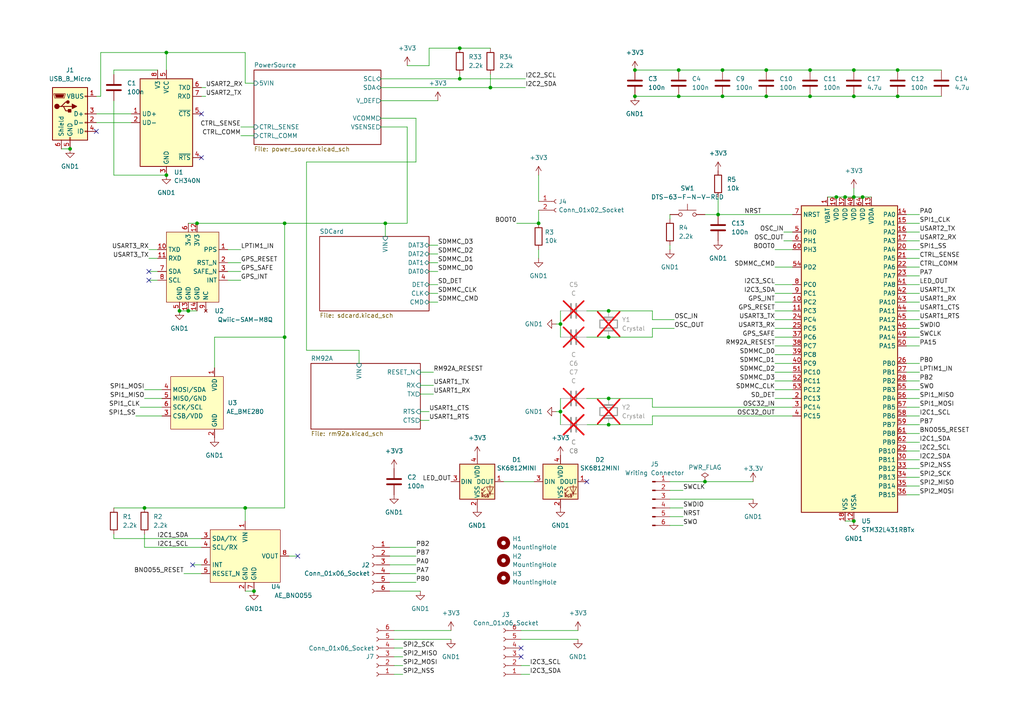
<source format=kicad_sch>
(kicad_sch (version 20230121) (generator eeschema)
  (paper "A4")
  (lib_symbols
    (symbol "Connector:Conn_01x02_Socket" (pin_names (offset 1.016) hide)
      (property "Reference" "J" (at 0 2.54 0))
      (property "Value" "Conn_01x02_Socket" (at 0 -5.08 0))
      (symbol "Conn_01x02_Socket_1_1"
        (pin passive line (at -5.08 0 0) (length 3.81) (name "Pin_1") (number "1"))
        (pin passive line (at -5.08 -2.54 0) (length 3.81) (name "Pin_2") (number "2"))
      )
    )
    (symbol "Connector:Conn_01x06_Pin" (pin_names (offset 1.016) hide)
      (property "Reference" "J" (at 0 7.62 0))
      (property "Value" "Conn_01x06_Pin" (at 0 -10.16 0))
      (symbol "Conn_01x06_Pin_1_1"
        (pin passive line (at 5.08 5.08 180) (length 3.81) (name "Pin_1") (number "1"))
        (pin passive line (at 5.08 2.54 180) (length 3.81) (name "Pin_2") (number "2"))
        (pin passive line (at 5.08 0 180) (length 3.81) (name "Pin_3") (number "3"))
        (pin passive line (at 5.08 -2.54 180) (length 3.81) (name "Pin_4") (number "4"))
        (pin passive line (at 5.08 -5.08 180) (length 3.81) (name "Pin_5") (number "5"))
        (pin passive line (at 5.08 -7.62 180) (length 3.81) (name "Pin_6") (number "6"))
      )
    )
    (symbol "Connector:Conn_01x06_Socket" (pin_names (offset 1.016) hide)
      (property "Reference" "J" (at 0 7.62 0))
      (property "Value" "Conn_01x06_Socket" (at 0 -10.16 0))
      (symbol "Conn_01x06_Socket_1_1"
        (pin passive line (at -5.08 5.08 0) (length 3.81) (name "Pin_1") (number "1"))
        (pin passive line (at -5.08 2.54 0) (length 3.81) (name "Pin_2") (number "2"))
        (pin passive line (at -5.08 0 0) (length 3.81) (name "Pin_3") (number "3"))
        (pin passive line (at -5.08 -2.54 0) (length 3.81) (name "Pin_4") (number "4"))
        (pin passive line (at -5.08 -5.08 0) (length 3.81) (name "Pin_5") (number "5"))
        (pin passive line (at -5.08 -7.62 0) (length 3.81) (name "Pin_6") (number "6"))
      )
    )
    (symbol "Connector:USB_B_Micro" (pin_names (offset 1.016))
      (property "Reference" "J" (at -5.08 11.43 0))
      (property "Value" "USB_B_Micro" (at -5.08 8.89 0))
      (symbol "USB_B_Micro_1_1"
        (pin power_out line (at 7.62 5.08 180) (length 2.54) (name "VBUS") (number "1"))
        (pin bidirectional line (at 7.62 -2.54 180) (length 2.54) (name "D-") (number "2"))
        (pin bidirectional line (at 7.62 0 180) (length 2.54) (name "D+") (number "3"))
        (pin passive line (at 7.62 -5.08 180) (length 2.54) (name "ID") (number "4"))
        (pin power_out line (at 0 -10.16 90) (length 2.54) (name "GND") (number "5"))
        (pin passive line (at -2.54 -10.16 90) (length 2.54) (name "Shield") (number "6"))
      )
    )
    (symbol "Device:C" (pin_numbers hide) (pin_names (offset 0.254))
      (property "Reference" "C" (at 0.635 2.54 0))
      (property "Value" "C" (at 0.635 -2.54 0))
      (symbol "C_1_1"
        (pin passive line (at 0 3.81 270) (length 2.794) (name "~") (number "1"))
        (pin passive line (at 0 -3.81 90) (length 2.794) (name "~") (number "2"))
      )
    )
    (symbol "Device:Crystal" (pin_numbers hide) (pin_names (offset 1.016) hide)
      (property "Reference" "Y" (at 0 3.81 0))
      (property "Value" "Crystal" (at 0 -3.81 0))
      (symbol "Crystal_1_1"
        (pin passive line (at -3.81 0 0) (length 1.27) (name "1") (number "1"))
        (pin passive line (at 3.81 0 180) (length 1.27) (name "2") (number "2"))
      )
    )
    (symbol "Device:R" (pin_numbers hide) (pin_names (offset 0))
      (property "Reference" "R" (at 2.032 0 90))
      (property "Value" "R" (at 0 0 90))
      (symbol "R_1_1"
        (pin passive line (at 0 3.81 270) (length 1.27) (name "~") (number "1"))
        (pin passive line (at 0 -3.81 90) (length 1.27) (name "~") (number "2"))
      )
    )
    (symbol "LED:SK6812MINI" (pin_names (offset 0.254))
      (property "Reference" "D" (at 5.08 5.715 0))
      (property "Value" "SK6812MINI" (at 1.27 -5.715 0))
      (symbol "SK6812MINI_0_0"
        (text "RGB" (at 2.286 -4.191 0) (effects (font (size 0.762 0.762))))
      )
      (symbol "SK6812MINI_1_1"
        (pin output line (at 7.62 0 180) (length 2.54) (name "DOUT") (number "1"))
        (pin power_in line (at 0 -7.62 90) (length 2.54) (name "VSS") (number "2"))
        (pin input line (at -7.62 0 0) (length 2.54) (name "DIN") (number "3"))
        (pin power_in line (at 0 7.62 270) (length 2.54) (name "VDD") (number "4"))
      )
    )
    (symbol "MCU_ST_STM32L4:STM32L431RBTx"
      (property "Reference" "U" (at -12.7 46.99 0))
      (property "Value" "STM32L431RBTx" (at 10.16 46.99 0))
      (symbol "STM32L431RBTx_1_1"
        (pin power_in line (at -5.08 48.26 270) (length 2.54) (name "VBAT") (number "1"))
        (pin bidirectional line (at -15.24 17.78 0) (length 2.54) (name "PC2") (number "10"))
        (pin bidirectional line (at -15.24 15.24 0) (length 2.54) (name "PC3") (number "11"))
        (pin power_in line (at 2.54 -45.72 90) (length 2.54) (name "VSSA") (number "12"))
        (pin power_in line (at 7.62 48.26 270) (length 2.54) (name "VDDA") (number "13"))
        (pin bidirectional line (at 17.78 43.18 180) (length 2.54) (name "PA0") (number "14"))
        (pin bidirectional line (at 17.78 40.64 180) (length 2.54) (name "PA1") (number "15"))
        (pin bidirectional line (at 17.78 38.1 180) (length 2.54) (name "PA2") (number "16"))
        (pin bidirectional line (at 17.78 35.56 180) (length 2.54) (name "PA3") (number "17"))
        (pin power_in line (at 0 -45.72 90) (length 2.54) (name "VSS") (number "18"))
        (pin power_in line (at -2.54 48.26 270) (length 2.54) (name "VDD") (number "19"))
        (pin bidirectional line (at -15.24 -10.16 0) (length 2.54) (name "PC13") (number "2"))
        (pin bidirectional line (at 17.78 33.02 180) (length 2.54) (name "PA4") (number "20"))
        (pin bidirectional line (at 17.78 30.48 180) (length 2.54) (name "PA5") (number "21"))
        (pin bidirectional line (at 17.78 27.94 180) (length 2.54) (name "PA6") (number "22"))
        (pin bidirectional line (at 17.78 25.4 180) (length 2.54) (name "PA7") (number "23"))
        (pin bidirectional line (at -15.24 12.7 0) (length 2.54) (name "PC4") (number "24"))
        (pin bidirectional line (at -15.24 10.16 0) (length 2.54) (name "PC5") (number "25"))
        (pin bidirectional line (at 17.78 0 180) (length 2.54) (name "PB0") (number "26"))
        (pin bidirectional line (at 17.78 -2.54 180) (length 2.54) (name "PB1") (number "27"))
        (pin bidirectional line (at 17.78 -5.08 180) (length 2.54) (name "PB2") (number "28"))
        (pin bidirectional line (at 17.78 -25.4 180) (length 2.54) (name "PB10") (number "29"))
        (pin bidirectional line (at -15.24 -12.7 0) (length 2.54) (name "PC14") (number "3"))
        (pin bidirectional line (at 17.78 -27.94 180) (length 2.54) (name "PB11") (number "30"))
        (pin passive line (at 0 -45.72 90) (length 2.54) hide (name "VSS") (number "31"))
        (pin power_in line (at 0 48.26 270) (length 2.54) (name "VDD") (number "32"))
        (pin bidirectional line (at 17.78 -30.48 180) (length 2.54) (name "PB12") (number "33"))
        (pin bidirectional line (at 17.78 -33.02 180) (length 2.54) (name "PB13") (number "34"))
        (pin bidirectional line (at 17.78 -35.56 180) (length 2.54) (name "PB14") (number "35"))
        (pin bidirectional line (at 17.78 -38.1 180) (length 2.54) (name "PB15") (number "36"))
        (pin bidirectional line (at -15.24 7.62 0) (length 2.54) (name "PC6") (number "37"))
        (pin bidirectional line (at -15.24 5.08 0) (length 2.54) (name "PC7") (number "38"))
        (pin bidirectional line (at -15.24 2.54 0) (length 2.54) (name "PC8") (number "39"))
        (pin bidirectional line (at -15.24 -15.24 0) (length 2.54) (name "PC15") (number "4"))
        (pin bidirectional line (at -15.24 0 0) (length 2.54) (name "PC9") (number "40"))
        (pin bidirectional line (at 17.78 22.86 180) (length 2.54) (name "PA8") (number "41"))
        (pin bidirectional line (at 17.78 20.32 180) (length 2.54) (name "PA9") (number "42"))
        (pin bidirectional line (at 17.78 17.78 180) (length 2.54) (name "PA10") (number "43"))
        (pin bidirectional line (at 17.78 15.24 180) (length 2.54) (name "PA11") (number "44"))
        (pin bidirectional line (at 17.78 12.7 180) (length 2.54) (name "PA12") (number "45"))
        (pin bidirectional line (at 17.78 10.16 180) (length 2.54) (name "PA13") (number "46"))
        (pin passive line (at 0 -45.72 90) (length 2.54) hide (name "VSS") (number "47"))
        (pin power_in line (at 2.54 48.26 270) (length 2.54) (name "VDD") (number "48"))
        (pin bidirectional line (at 17.78 7.62 180) (length 2.54) (name "PA14") (number "49"))
        (pin bidirectional line (at -15.24 38.1 0) (length 2.54) (name "PH0") (number "5"))
        (pin bidirectional line (at 17.78 5.08 180) (length 2.54) (name "PA15") (number "50"))
        (pin bidirectional line (at -15.24 -2.54 0) (length 2.54) (name "PC10") (number "51"))
        (pin bidirectional line (at -15.24 -5.08 0) (length 2.54) (name "PC11") (number "52"))
        (pin bidirectional line (at -15.24 -7.62 0) (length 2.54) (name "PC12") (number "53"))
        (pin bidirectional line (at -15.24 27.94 0) (length 2.54) (name "PD2") (number "54"))
        (pin bidirectional line (at 17.78 -7.62 180) (length 2.54) (name "PB3") (number "55"))
        (pin bidirectional line (at 17.78 -10.16 180) (length 2.54) (name "PB4") (number "56"))
        (pin bidirectional line (at 17.78 -12.7 180) (length 2.54) (name "PB5") (number "57"))
        (pin bidirectional line (at 17.78 -15.24 180) (length 2.54) (name "PB6") (number "58"))
        (pin bidirectional line (at 17.78 -17.78 180) (length 2.54) (name "PB7") (number "59"))
        (pin bidirectional line (at -15.24 35.56 0) (length 2.54) (name "PH1") (number "6"))
        (pin bidirectional line (at -15.24 33.02 0) (length 2.54) (name "PH3") (number "60"))
        (pin bidirectional line (at 17.78 -20.32 180) (length 2.54) (name "PB8") (number "61"))
        (pin bidirectional line (at 17.78 -22.86 180) (length 2.54) (name "PB9") (number "62"))
        (pin passive line (at 0 -45.72 90) (length 2.54) hide (name "VSS") (number "63"))
        (pin power_in line (at 5.08 48.26 270) (length 2.54) (name "VDD") (number "64"))
        (pin input line (at -15.24 43.18 0) (length 2.54) (name "NRST") (number "7"))
        (pin bidirectional line (at -15.24 22.86 0) (length 2.54) (name "PC0") (number "8"))
        (pin bidirectional line (at -15.24 20.32 0) (length 2.54) (name "PC1") (number "9"))
      )
    )
    (symbol "Mechanical:MountingHole" (pin_names (offset 1.016))
      (property "Reference" "H" (at 0 5.08 0))
      (property "Value" "MountingHole" (at 0 3.175 0))
    )
    (symbol "Switch:SW_Push" (pin_numbers hide) (pin_names (offset 1.016) hide)
      (property "Reference" "SW" (at 1.27 2.54 0))
      (property "Value" "SW_Push" (at 0 -1.524 0))
      (symbol "SW_Push_0_1"
        (pin passive line (at -5.08 0 0) (length 2.54) (name "1") (number "1"))
        (pin passive line (at 5.08 0 180) (length 2.54) (name "2") (number "2"))
      )
    )
    (symbol "balloon_lib:BME280"
      (property "Reference" "U" (at -5.08 -8.89 0))
      (symbol "BME280_1_1"
        (pin power_in line (at 3.81 10.16 270) (length 2.54) (name "VDD") (number "1"))
        (pin passive line (at 3.81 -10.16 90) (length 2.54) (name "GND") (number "2"))
        (pin bidirectional line (at -11.43 -3.81 0) (length 2.54) (name "CSB/VDD") (number "3"))
        (pin bidirectional line (at -11.43 3.81 0) (length 2.54) (name "MOSI/SDA") (number "4"))
        (pin bidirectional line (at -11.43 1.27 0) (length 2.54) (name "MISO/GND") (number "5"))
        (pin bidirectional line (at -11.43 -1.27 0) (length 2.54) (name "SCK/SCL") (number "6"))
      )
    )
    (symbol "balloon_lib:BNO055"
      (property "Reference" "U" (at 6.35 -8.89 0))
      (symbol "BNO055_1_1"
        (pin power_in line (at 1.27 10.16 270) (length 2.54) (name "VIN") (number "1"))
        (pin passive line (at 1.27 -10.16 90) (length 2.54) (name "GND") (number "2"))
        (pin bidirectional line (at -11.43 5.08 0) (length 2.54) (name "SDA/TX") (number "3"))
        (pin bidirectional line (at -11.43 2.54 0) (length 2.54) (name "SCL/RX") (number "4"))
        (pin passive line (at -11.43 -5.08 0) (length 2.54) (name "RESET_N") (number "5"))
        (pin output line (at -11.43 -2.54 0) (length 2.54) (name "INT") (number "6"))
        (pin passive line (at 3.81 -10.16 90) (length 2.54) (name "GND") (number "7"))
        (pin power_out line (at 13.97 0 180) (length 2.54) (name "VOUT") (number "8"))
      )
    )
    (symbol "balloon_lib:CH340N"
      (property "Reference" "U" (at -5.08 13.97 0))
      (property "Value" "CH340N" (at 1.27 13.97 0))
      (symbol "CH340N_1_1"
        (pin bidirectional line (at -10.16 2.54 0) (length 2.54) (name "UD+") (number "1"))
        (pin bidirectional line (at -10.16 0 0) (length 2.54) (name "UD-") (number "2"))
        (pin power_in line (at 0 -15.24 90) (length 2.54) (name "GND") (number "3"))
        (pin output line (at 10.16 -10.16 180) (length 2.54) (name "~{RTS}") (number "4"))
        (pin power_in line (at 0 15.24 270) (length 2.54) (name "VCC") (number "5"))
        (pin input line (at 10.16 2.54 180) (length 2.54) (name "~{CTS}") (number "5"))
        (pin output line (at 10.16 10.16 180) (length 2.54) (name "TXD") (number "6"))
        (pin input line (at 10.16 7.62 180) (length 2.54) (name "RXD") (number "7"))
        (pin passive line (at -2.54 15.24 270) (length 2.54) (name "V3") (number "8"))
      )
    )
    (symbol "balloon_lib:Qwiic-SAM-M8Q"
      (property "Reference" "U" (at 7.62 -11.43 0))
      (symbol "Qwiic-SAM-M8Q_1_1"
        (pin output line (at 11.43 5.08 180) (length 2.54) (name "PPS") (number "1"))
        (pin output line (at -8.89 5.08 0) (length 2.54) (name "TXD") (number "10"))
        (pin input line (at -8.89 2.54 0) (length 2.54) (name "RXD") (number "11"))
        (pin power_in line (at 2.54 12.7 270) (length 2.54) (name "3V3") (number "12"))
        (pin passive line (at 0 -12.7 90) (length 2.54) (name "GND") (number "13"))
        (pin passive line (at 2.54 -12.7 90) (length 2.54) (name "GND") (number "14"))
        (pin input line (at 11.43 1.27 180) (length 2.54) (name "RST_N") (number "2"))
        (pin input line (at 11.43 -1.27 180) (length 2.54) (name "SAFE_N") (number "3"))
        (pin input line (at 11.43 -3.81 180) (length 2.54) (name "INT") (number "4"))
        (pin passive line (at -2.54 -12.7 90) (length 2.54) (name "GND") (number "5"))
        (pin power_in line (at 0 12.7 270) (length 2.54) (name "3v3") (number "6"))
        (pin bidirectional line (at -8.89 -1.27 0) (length 2.54) (name "SDA") (number "7"))
        (pin bidirectional line (at -8.89 -3.81 0) (length 2.54) (name "SCL") (number "8"))
        (pin no_connect line (at 5.08 -12.7 90) (length 2.54) (name "NC") (number "9"))
      )
    )
    (symbol "power:+3.3V" (power) (pin_names (offset 0))
      (property "Value" "+3.3V" (at 0 3.556 0))
      (symbol "+3.3V_1_1"
        (pin power_in line (at 0 0 90) (length 0) hide (name "+3.3V") (number "1"))
      )
    )
    (symbol "power:+3V3" (power) (pin_names (offset 0))
      (property "Value" "+3V3" (at 0 3.556 0))
      (symbol "+3V3_1_1"
        (pin power_in line (at 0 0 90) (length 0) hide (name "+3V3") (number "1"))
      )
    )
    (symbol "power:GND1" (power) (pin_names (offset 0))
      (property "Value" "GND1" (at 0 -3.81 0))
      (symbol "GND1_1_1"
        (pin power_in line (at 0 0 270) (length 0) hide (name "GND1") (number "1"))
      )
    )
    (symbol "power:PWR_FLAG" (power) (pin_numbers hide) (pin_names (offset 0) hide)
      (property "Value" "PWR_FLAG" (at 0 3.81 0))
      (symbol "PWR_FLAG_0_0"
        (pin power_out line (at 0 0 90) (length 0) (name "pwr") (number "1"))
      )
    )
  )
  (junction (at 222.25 20.32))
  (junction (at 82.55 64.77))
  (junction (at 234.95 27.94))
  (junction (at 260.35 27.94))
  (junction (at 54.61 90.17))
  (junction (at 204.47 139.7))
  (junction (at 41.91 147.32))
  (junction (at 57.15 64.77))
  (junction (at 156.21 64.77))
  (junction (at 162.56 93.98))
  (junction (at 196.85 20.32))
  (junction (at 250.19 57.15))
  (junction (at 133.35 13.97))
  (junction (at 20.32 43.18))
  (junction (at 196.85 27.94))
  (junction (at 48.26 50.8))
  (junction (at 242.57 57.15))
  (junction (at 73.66 171.45))
  (junction (at 247.65 27.94))
  (junction (at 247.65 20.32))
  (junction (at 111.76 64.77))
  (junction (at 176.53 115.57))
  (junction (at 162.56 119.38))
  (junction (at 133.35 22.86))
  (junction (at 71.12 147.32))
  (junction (at 209.55 20.32))
  (junction (at 247.65 151.13))
  (junction (at 247.65 57.15))
  (junction (at 176.53 90.17))
  (junction (at 82.55 97.79))
  (junction (at 208.28 62.23))
  (junction (at 176.53 123.19))
  (junction (at 234.95 20.32))
  (junction (at 52.07 90.17))
  (junction (at 222.25 27.94))
  (junction (at 260.35 20.32))
  (junction (at 176.53 97.79))
  (junction (at 48.26 15.24))
  (junction (at 245.11 57.15))
  (junction (at 142.24 25.4))
  (junction (at 184.15 20.32))
  (junction (at 209.55 27.94))
  (junction (at 184.15 27.94))
  (no_connect (at 86.36 161.29))
  (no_connect (at 43.18 78.74))
  (no_connect (at 151.13 187.96))
  (no_connect (at 55.88 163.83))
  (no_connect (at 27.94 38.1))
  (no_connect (at 58.42 33.02))
  (no_connect (at 151.13 190.5))
  (no_connect (at 43.18 81.28))
  (no_connect (at 58.42 45.72))
  (no_connect (at 170.18 139.7))
  (wire (pts (xy 71.12 147.32) (xy 41.91 147.32)))
  (wire (pts (xy 184.15 20.32) (xy 196.85 20.32)))
  (wire (pts (xy 224.79 100.33) (xy 229.87 100.33)))
  (wire (pts (xy 189.23 118.11) (xy 189.23 115.57)))
  (wire (pts (xy 39.37 120.65) (xy 46.99 120.65)))
  (wire (pts (xy 142.24 21.59) (xy 142.24 25.4)))
  (wire (pts (xy 262.89 138.43) (xy 266.7 138.43)))
  (wire (pts (xy 189.23 92.71) (xy 189.23 90.17)))
  (wire (pts (xy 133.35 21.59) (xy 133.35 22.86)))
  (wire (pts (xy 222.25 20.32) (xy 234.95 20.32)))
  (wire (pts (xy 41.91 115.57) (xy 46.99 115.57)))
  (wire (pts (xy 262.89 77.47) (xy 266.7 77.47)))
  (wire (pts (xy 124.46 19.05) (xy 124.46 13.97)))
  (wire (pts (xy 124.46 71.12) (xy 127 71.12)))
  (wire (pts (xy 118.11 36.83) (xy 118.11 64.77)))
  (wire (pts (xy 262.89 82.55) (xy 266.7 82.55)))
  (wire (pts (xy 250.19 57.15) (xy 252.73 57.15)))
  (wire (pts (xy 114.3 195.58) (xy 116.84 195.58)))
  (wire (pts (xy 224.79 95.25) (xy 229.87 95.25)))
  (wire (pts (xy 262.89 123.19) (xy 266.7 123.19)))
  (wire (pts (xy 113.03 161.29) (xy 120.65 161.29)))
  (wire (pts (xy 124.46 121.92) (xy 121.92 121.92)))
  (wire (pts (xy 71.12 24.13) (xy 71.12 15.24)))
  (wire (pts (xy 59.69 25.4) (xy 58.42 25.4)))
  (wire (pts (xy 41.91 158.75) (xy 58.42 158.75)))
  (wire (pts (xy 209.55 27.94) (xy 222.25 27.94)))
  (wire (pts (xy 120.65 46.99) (xy 120.65 34.29)))
  (wire (pts (xy 194.31 142.24) (xy 198.12 142.24)))
  (wire (pts (xy 262.89 135.89) (xy 266.7 135.89)))
  (wire (pts (xy 194.31 71.12) (xy 194.31 72.39)))
  (wire (pts (xy 33.02 156.21) (xy 58.42 156.21)))
  (wire (pts (xy 189.23 92.71) (xy 195.58 92.71)))
  (wire (pts (xy 104.14 105.41) (xy 104.14 101.6)))
  (wire (pts (xy 247.65 54.61) (xy 247.65 57.15)))
  (wire (pts (xy 111.76 64.77) (xy 82.55 64.77)))
  (wire (pts (xy 114.3 190.5) (xy 116.84 190.5)))
  (wire (pts (xy 118.11 64.77) (xy 111.76 64.77)))
  (wire (pts (xy 262.89 64.77) (xy 266.7 64.77)))
  (wire (pts (xy 234.95 27.94) (xy 247.65 27.94)))
  (wire (pts (xy 110.49 22.86) (xy 133.35 22.86)))
  (wire (pts (xy 262.89 128.27) (xy 266.7 128.27)))
  (wire (pts (xy 54.61 90.17) (xy 57.15 90.17)))
  (wire (pts (xy 113.03 171.45) (xy 121.92 171.45)))
  (wire (pts (xy 125.73 111.76) (xy 121.92 111.76)))
  (wire (pts (xy 266.7 125.73) (xy 262.89 125.73)))
  (wire (pts (xy 113.03 168.91) (xy 120.65 168.91)))
  (wire (pts (xy 113.03 166.37) (xy 120.65 166.37)))
  (wire (pts (xy 29.21 15.24) (xy 48.26 15.24)))
  (wire (pts (xy 224.79 105.41) (xy 229.87 105.41)))
  (wire (pts (xy 260.35 27.94) (xy 273.05 27.94)))
  (wire (pts (xy 224.79 85.09) (xy 229.87 85.09)))
  (wire (pts (xy 125.73 107.95) (xy 121.92 107.95)))
  (wire (pts (xy 33.02 20.32) (xy 45.72 20.32)))
  (wire (pts (xy 124.46 13.97) (xy 133.35 13.97)))
  (wire (pts (xy 189.23 120.65) (xy 229.87 120.65)))
  (wire (pts (xy 161.29 119.38) (xy 162.56 119.38)))
  (wire (pts (xy 110.49 36.83) (xy 118.11 36.83)))
  (wire (pts (xy 227.33 69.85) (xy 229.87 69.85)))
  (wire (pts (xy 196.85 27.94) (xy 209.55 27.94)))
  (wire (pts (xy 82.55 97.79) (xy 82.55 64.77)))
  (wire (pts (xy 262.89 140.97) (xy 266.7 140.97)))
  (wire (pts (xy 40.64 118.11) (xy 46.99 118.11)))
  (wire (pts (xy 161.29 93.98) (xy 162.56 93.98)))
  (wire (pts (xy 133.35 13.97) (xy 142.24 13.97)))
  (wire (pts (xy 189.23 118.11) (xy 229.87 118.11)))
  (wire (pts (xy 124.46 119.38) (xy 121.92 119.38)))
  (wire (pts (xy 104.14 101.6) (xy 88.9 101.6)))
  (wire (pts (xy 224.79 90.17) (xy 229.87 90.17)))
  (wire (pts (xy 262.89 100.33) (xy 266.7 100.33)))
  (wire (pts (xy 189.23 97.79) (xy 189.23 95.25)))
  (wire (pts (xy 167.64 185.42) (xy 151.13 185.42)))
  (wire (pts (xy 133.35 22.86) (xy 152.4 22.86)))
  (wire (pts (xy 120.65 34.29) (xy 110.49 34.29)))
  (wire (pts (xy 162.56 115.57) (xy 162.56 119.38)))
  (wire (pts (xy 234.95 20.32) (xy 247.65 20.32)))
  (wire (pts (xy 260.35 20.32) (xy 273.05 20.32)))
  (wire (pts (xy 162.56 93.98) (xy 162.56 97.79)))
  (wire (pts (xy 224.79 115.57) (xy 229.87 115.57)))
  (wire (pts (xy 69.85 78.74) (xy 66.04 78.74)))
  (wire (pts (xy 29.21 27.94) (xy 29.21 15.24)))
  (wire (pts (xy 41.91 154.94) (xy 41.91 158.75)))
  (wire (pts (xy 170.18 115.57) (xy 176.53 115.57)))
  (wire (pts (xy 153.67 195.58) (xy 151.13 195.58)))
  (wire (pts (xy 69.85 76.2) (xy 66.04 76.2)))
  (wire (pts (xy 262.89 115.57) (xy 266.7 115.57)))
  (wire (pts (xy 227.33 67.31) (xy 229.87 67.31)))
  (wire (pts (xy 245.11 151.13) (xy 247.65 151.13)))
  (wire (pts (xy 224.79 87.63) (xy 229.87 87.63)))
  (wire (pts (xy 247.65 27.94) (xy 260.35 27.94)))
  (wire (pts (xy 208.28 62.23) (xy 208.28 57.15)))
  (wire (pts (xy 262.89 62.23) (xy 266.7 62.23)))
  (wire (pts (xy 43.18 78.74) (xy 45.72 78.74)))
  (wire (pts (xy 194.31 62.23) (xy 194.31 63.5)))
  (wire (pts (xy 156.21 60.96) (xy 156.21 64.77)))
  (wire (pts (xy 240.03 57.15) (xy 242.57 57.15)))
  (wire (pts (xy 262.89 118.11) (xy 266.7 118.11)))
  (wire (pts (xy 196.85 20.32) (xy 209.55 20.32)))
  (wire (pts (xy 262.89 113.03) (xy 266.7 113.03)))
  (wire (pts (xy 194.31 144.78) (xy 218.44 144.78)))
  (wire (pts (xy 262.89 74.93) (xy 266.7 74.93)))
  (wire (pts (xy 82.55 97.79) (xy 82.55 147.32)))
  (wire (pts (xy 113.03 163.83) (xy 120.65 163.83)))
  (wire (pts (xy 262.89 92.71) (xy 266.7 92.71)))
  (wire (pts (xy 59.69 27.94) (xy 58.42 27.94)))
  (wire (pts (xy 124.46 82.55) (xy 127 82.55)))
  (wire (pts (xy 189.23 115.57) (xy 176.53 115.57)))
  (wire (pts (xy 189.23 123.19) (xy 189.23 120.65)))
  (wire (pts (xy 124.46 85.09) (xy 127 85.09)))
  (wire (pts (xy 27.94 33.02) (xy 38.1 33.02)))
  (wire (pts (xy 33.02 147.32) (xy 41.91 147.32)))
  (wire (pts (xy 62.23 106.68) (xy 62.23 97.79)))
  (wire (pts (xy 194.31 149.86) (xy 198.12 149.86)))
  (wire (pts (xy 156.21 50.8) (xy 156.21 58.42)))
  (wire (pts (xy 146.05 139.7) (xy 154.94 139.7)))
  (wire (pts (xy 69.85 36.83) (xy 73.66 36.83)))
  (wire (pts (xy 110.49 25.4) (xy 142.24 25.4)))
  (wire (pts (xy 124.46 73.66) (xy 127 73.66)))
  (wire (pts (xy 262.89 87.63) (xy 266.7 87.63)))
  (wire (pts (xy 184.15 27.94) (xy 196.85 27.94)))
  (wire (pts (xy 224.79 97.79) (xy 229.87 97.79)))
  (wire (pts (xy 82.55 147.32) (xy 71.12 147.32)))
  (wire (pts (xy 224.79 107.95) (xy 229.87 107.95)))
  (wire (pts (xy 73.66 24.13) (xy 71.12 24.13)))
  (wire (pts (xy 262.89 105.41) (xy 266.7 105.41)))
  (wire (pts (xy 33.02 29.21) (xy 33.02 50.8)))
  (wire (pts (xy 262.89 85.09) (xy 266.7 85.09)))
  (wire (pts (xy 149.86 64.77) (xy 156.21 64.77)))
  (wire (pts (xy 262.89 95.25) (xy 266.7 95.25)))
  (wire (pts (xy 170.18 90.17) (xy 176.53 90.17)))
  (wire (pts (xy 209.55 20.32) (xy 222.25 20.32)))
  (wire (pts (xy 43.18 72.39) (xy 45.72 72.39)))
  (wire (pts (xy 110.49 29.21) (xy 127 29.21)))
  (wire (pts (xy 52.07 90.17) (xy 54.61 90.17)))
  (wire (pts (xy 54.61 64.77) (xy 57.15 64.77)))
  (wire (pts (xy 262.89 120.65) (xy 266.7 120.65)))
  (wire (pts (xy 17.78 43.18) (xy 20.32 43.18)))
  (wire (pts (xy 41.91 113.03) (xy 46.99 113.03)))
  (wire (pts (xy 266.7 133.35) (xy 262.89 133.35)))
  (wire (pts (xy 48.26 15.24) (xy 48.26 20.32)))
  (wire (pts (xy 27.94 35.56) (xy 38.1 35.56)))
  (wire (pts (xy 245.11 57.15) (xy 247.65 57.15)))
  (wire (pts (xy 262.89 110.49) (xy 266.7 110.49)))
  (wire (pts (xy 262.89 72.39) (xy 266.7 72.39)))
  (wire (pts (xy 204.47 62.23) (xy 208.28 62.23)))
  (wire (pts (xy 176.53 97.79) (xy 189.23 97.79)))
  (wire (pts (xy 111.76 64.77) (xy 111.76 68.58)))
  (wire (pts (xy 33.02 50.8) (xy 48.26 50.8)))
  (wire (pts (xy 162.56 119.38) (xy 162.56 123.19)))
  (wire (pts (xy 222.25 27.94) (xy 234.95 27.94)))
  (wire (pts (xy 33.02 154.94) (xy 33.02 156.21)))
  (wire (pts (xy 124.46 87.63) (xy 127 87.63)))
  (wire (pts (xy 153.67 193.04) (xy 151.13 193.04)))
  (wire (pts (xy 224.79 110.49) (xy 229.87 110.49)))
  (wire (pts (xy 69.85 81.28) (xy 66.04 81.28)))
  (wire (pts (xy 113.03 158.75) (xy 120.65 158.75)))
  (wire (pts (xy 224.79 82.55) (xy 229.87 82.55)))
  (wire (pts (xy 247.65 57.15) (xy 250.19 57.15)))
  (wire (pts (xy 114.3 187.96) (xy 116.84 187.96)))
  (wire (pts (xy 55.88 163.83) (xy 58.42 163.83)))
  (wire (pts (xy 88.9 101.6) (xy 88.9 46.99)))
  (wire (pts (xy 167.64 182.88) (xy 151.13 182.88)))
  (wire (pts (xy 124.46 76.2) (xy 127 76.2)))
  (wire (pts (xy 262.89 69.85) (xy 266.7 69.85)))
  (wire (pts (xy 242.57 57.15) (xy 245.11 57.15)))
  (wire (pts (xy 27.94 27.94) (xy 29.21 27.94)))
  (wire (pts (xy 266.7 130.81) (xy 262.89 130.81)))
  (wire (pts (xy 262.89 67.31) (xy 266.7 67.31)))
  (wire (pts (xy 262.89 90.17) (xy 266.7 90.17)))
  (wire (pts (xy 224.79 102.87) (xy 229.87 102.87)))
  (wire (pts (xy 88.9 46.99) (xy 120.65 46.99)))
  (wire (pts (xy 124.46 78.74) (xy 127 78.74)))
  (wire (pts (xy 194.31 147.32) (xy 198.12 147.32)))
  (wire (pts (xy 247.65 20.32) (xy 260.35 20.32)))
  (wire (pts (xy 125.73 114.3) (xy 121.92 114.3)))
  (wire (pts (xy 224.79 77.47) (xy 229.87 77.47)))
  (wire (pts (xy 189.23 95.25) (xy 195.58 95.25)))
  (wire (pts (xy 176.53 123.19) (xy 189.23 123.19)))
  (wire (pts (xy 33.02 21.59) (xy 33.02 20.32)))
  (wire (pts (xy 142.24 25.4) (xy 152.4 25.4)))
  (wire (pts (xy 266.7 107.95) (xy 262.89 107.95)))
  (wire (pts (xy 69.85 72.39) (xy 66.04 72.39)))
  (wire (pts (xy 43.18 81.28) (xy 45.72 81.28)))
  (wire (pts (xy 262.89 80.01) (xy 266.7 80.01)))
  (wire (pts (xy 114.3 193.04) (xy 116.84 193.04)))
  (wire (pts (xy 170.18 123.19) (xy 176.53 123.19)))
  (wire (pts (xy 114.3 185.42) (xy 130.81 185.42)))
  (wire (pts (xy 62.23 97.79) (xy 82.55 97.79)))
  (wire (pts (xy 82.55 64.77) (xy 57.15 64.77)))
  (wire (pts (xy 262.89 143.51) (xy 266.7 143.51)))
  (wire (pts (xy 53.34 166.37) (xy 58.42 166.37)))
  (wire (pts (xy 224.79 72.39) (xy 229.87 72.39)))
  (wire (pts (xy 224.79 92.71) (xy 229.87 92.71)))
  (wire (pts (xy 156.21 74.93) (xy 156.21 72.39)))
  (wire (pts (xy 69.85 39.37) (xy 73.66 39.37)))
  (wire (pts (xy 71.12 15.24) (xy 48.26 15.24)))
  (wire (pts (xy 224.79 113.03) (xy 229.87 113.03)))
  (wire (pts (xy 43.18 74.93) (xy 45.72 74.93)))
  (wire (pts (xy 71.12 171.45) (xy 73.66 171.45)))
  (wire (pts (xy 204.47 139.7) (xy 218.44 139.7)))
  (wire (pts (xy 189.23 90.17) (xy 176.53 90.17)))
  (wire (pts (xy 71.12 147.32) (xy 71.12 151.13)))
  (wire (pts (xy 194.31 139.7) (xy 204.47 139.7)))
  (wire (pts (xy 118.11 19.05) (xy 124.46 19.05)))
  (wire (pts (xy 114.3 182.88) (xy 130.81 182.88)))
  (wire (pts (xy 194.31 152.4) (xy 198.12 152.4)))
  (wire (pts (xy 170.18 97.79) (xy 176.53 97.79)))
  (wire (pts (xy 262.89 97.79) (xy 266.7 97.79)))
  (wire (pts (xy 229.87 62.23) (xy 208.28 62.23)))
  (wire (pts (xy 86.36 161.29) (xy 83.82 161.29)))
  (wire (pts (xy 162.56 90.17) (xy 162.56 93.98)))
  (label "I2C1_SDA" (at 266.7 128.27 0))
  (label "SPI1_CLK" (at 266.7 64.77 0))
  (label "SPI2_NSS" (at 116.84 195.58 0))
  (label "CTRL_COMM" (at 266.7 77.47 0))
  (label "USART1_RTS" (at 124.46 121.92 0))
  (label "USART3_TX" (at 224.79 92.71 180))
  (label "SDMMC_D2" (at 127 73.66 0))
  (label "BOOT0" (at 224.79 72.39 180))
  (label "CTRL_SENSE" (at 266.7 74.93 0))
  (label "I2C1_SCL" (at 54.61 158.75 180))
  (label "USART1_CTS" (at 266.7 90.17 0))
  (label "SPI2_SCK" (at 116.84 187.96 0))
  (label "SD_DET" (at 224.79 115.57 180))
  (label "SDMMC_D0" (at 127 78.74 0))
  (label "OSC_IN" (at 227.33 67.31 180))
  (label "SPI2_NSS" (at 266.7 135.89 0))
  (label "USART1_RX" (at 125.73 114.3 0))
  (label "GPS_SAFE" (at 224.79 97.79 180))
  (label "SPI1_SS" (at 266.7 72.39 0))
  (label "USART1_CTS" (at 124.46 119.38 0))
  (label "SDMMC_D1" (at 224.79 105.41 180))
  (label "GPS_RESET" (at 69.85 76.2 0))
  (label "GPS_INT" (at 69.85 81.28 0))
  (label "SWCLK" (at 266.7 97.79 0))
  (label "SPI1_MOSI" (at 41.91 113.03 180))
  (label "SPI2_SCK" (at 266.7 138.43 0))
  (label "USART2_TX" (at 266.7 67.31 0))
  (label "USART1_RX" (at 266.7 87.63 0))
  (label "GPS_RESET" (at 224.79 90.17 180))
  (label "I2C2_SDA" (at 152.4 25.4 0))
  (label "NRST" (at 198.12 149.86 0))
  (label "SPI2_MISO" (at 266.7 140.97 0))
  (label "I2C2_SDA" (at 266.7 133.35 0))
  (label "BOOT0" (at 149.86 64.77 180))
  (label "SD_DET" (at 127 82.55 0))
  (label "CTRL_COMM" (at 69.85 39.37 180))
  (label "SPI1_MISO" (at 266.7 115.57 0))
  (label "I2C3_SDA" (at 224.79 85.09 180))
  (label "USART1_TX" (at 125.73 111.76 0))
  (label "PA0" (at 120.65 163.83 0))
  (label "USART1_TX" (at 266.7 85.09 0))
  (label "LED_OUT" (at 130.81 139.7 180))
  (label "SWDIO" (at 266.7 95.25 0))
  (label "USART2_RX" (at 266.7 69.85 0))
  (label "SPI1_CLK" (at 40.64 118.11 180))
  (label "BNO055_RESET" (at 266.7 125.73 0))
  (label "SWO" (at 266.7 113.03 0))
  (label "PA7" (at 266.7 80.01 0))
  (label "SPI2_MISO" (at 116.84 190.5 0))
  (label "RM92A_RESEST" (at 125.73 107.95 0))
  (label "PA15" (at 266.7 100.33 0))
  (label "SDMMC_CMD" (at 224.79 77.47 180))
  (label "USART2_RX" (at 59.69 25.4 0))
  (label "SDMMC_CLK" (at 224.79 113.03 180))
  (label "CTRL_SENSE" (at 69.85 36.83 180))
  (label "USART2_TX" (at 59.69 27.94 0))
  (label "I2C3_SCL" (at 153.67 193.04 0))
  (label "BNO055_RESET" (at 53.34 166.37 180))
  (label "SDMMC_D2" (at 224.79 107.95 180))
  (label "USART3_RX" (at 43.18 72.39 180))
  (label "SDMMC_CLK" (at 127 85.09 0))
  (label "USART3_TX" (at 43.18 74.93 180))
  (label "SPI1_SS" (at 39.37 120.65 180))
  (label "SDMMC_D1" (at 127 76.2 0))
  (label "LED_OUT" (at 266.7 82.55 0))
  (label "PB7" (at 266.7 123.19 0))
  (label "PB7" (at 120.65 161.29 0))
  (label "SPI2_MOSI" (at 266.7 143.51 0))
  (label "PB2" (at 266.7 110.49 0))
  (label "OSC_OUT" (at 227.33 69.85 180))
  (label "LPTIM1_IN" (at 69.85 72.39 0))
  (label "SWO" (at 198.12 152.4 0))
  (label "SDMMC_D0" (at 224.79 102.87 180))
  (label "PB2" (at 120.65 158.75 0))
  (label "I2C2_SCL" (at 152.4 22.86 0))
  (label "OSC32_OUT" (at 224.79 120.65 180))
  (label "USART3_RX" (at 224.79 95.25 180))
  (label "USART1_RTS" (at 266.7 92.71 0))
  (label "PB0" (at 120.65 168.91 0))
  (label "PA7" (at 120.65 166.37 0))
  (label "SWDIO" (at 198.12 147.32 0))
  (label "SWCLK" (at 198.12 142.24 0))
  (label "I2C3_SDA" (at 153.67 195.58 0))
  (label "PB0" (at 266.7 105.41 0))
  (label "SDMMC_D3" (at 127 71.12 0))
  (label "SPI1_MISO" (at 41.91 115.57 180))
  (label "SDMMC_CMD" (at 127 87.63 0))
  (label "I2C2_SCL" (at 266.7 130.81 0))
  (label "SPI1_MOSI" (at 266.7 118.11 0))
  (label "SPI2_MOSI" (at 116.84 193.04 0))
  (label "LPTIM1_IN" (at 266.7 107.95 0))
  (label "OSC_OUT" (at 195.58 95.25 0))
  (label "PA0" (at 266.7 62.23 0))
  (label "OSC32_IN" (at 224.79 118.11 180))
  (label "NRST" (at 215.9 62.23 0))
  (label "I2C1_SDA" (at 54.61 156.21 180))
  (label "I2C3_SCL" (at 224.79 82.55 180))
  (label "GPS_INT" (at 224.79 87.63 180))
  (label "GPS_SAFE" (at 69.85 78.74 0))
  (label "I2C1_SCL" (at 266.7 120.65 0))
  (label "OSC_IN" (at 195.58 92.71 0))
  (label "RM92A_RESEST" (at 224.79 100.33 180))
  (label "SDMMC_D3" (at 224.79 110.49 180))
  (symbol (lib_id "Device:C") (at 209.55 24.13 0) (unit 1)
    (property "Reference" "C9" (at 213.36 22.86 0) (effects (justify left)))
    (property "Value" "100n" (at 213.36 25.4 0) (effects (justify left)))
    (property "Footprint" "Capacitor_SMD:C_0603_1608Metric_Pad1.08x0.95mm_HandSolder" (effects hide))
  )
  (symbol (lib_id "Device:R") (at 133.35 17.78 0) (unit 1)
    (property "Reference" "R33" (at 135.89 16.51 0) (effects (justify left)))
    (property "Value" "2.2k" (at 135.89 19.05 0) (effects (justify left)))
    (property "Footprint" "Resistor_SMD:R_0603_1608Metric_Pad0.98x0.95mm_HandSolder" (effects hide))
  )
  (symbol (lib_id "Device:Crystal") (at 176.53 93.98 90) (unit 1) (dnp yes)
    (property "Reference" "Y1" (at 180.34 92.71 90) (effects (justify right)))
    (property "Value" "Crystal" (at 180.34 95.25 90) (effects (justify right)))
    (property "Footprint" "Crystal:Crystal_C38-LF_D3.0mm_L8.0mm_Vertical" (effects hide))
  )
  (symbol (lib_id "power:+3V3") (at 208.28 49.53 0) (unit 1)
    (property "Reference" "#PWR020" (effects hide))
    (property "Value" "+3V3" (at 208.28 44.45 0))
  )
  (symbol (lib_id "Connector:USB_B_Micro") (at 20.32 33.02 0) (unit 1)
    (property "Reference" "J1" (at 20.32 20.32 0))
    (property "Value" "USB_B_Micro" (at 20.32 22.86 0))
    (property "Footprint" "Connector_USB:USB_Micro-B_Molex_47346-0001" (effects hide))
  )
  (symbol (lib_id "Connector:Conn_01x06_Socket") (at 107.95 163.83 0) (mirror y) (unit 1)
    (property "Reference" "J2" (at 107.2388 163.8879 0) (effects (justify left)))
    (property "Value" "Conn_01x06_Socket" (at 107.2388 166.3121 0) (effects (justify left)))
    (property "Footprint" "Connector_PinHeader_2.54mm:PinHeader_1x06_P2.54mm_Vertical" (effects hide))
  )
  (symbol (lib_id "Device:R") (at 194.31 67.31 0) (unit 1)
    (property "Reference" "R4" (at 196.85 66.04 0) (effects (justify left)))
    (property "Value" "2.2k" (at 196.85 68.58 0) (effects (justify left)))
    (property "Footprint" "Resistor_SMD:R_0603_1608Metric_Pad0.98x0.95mm_HandSolder" (effects hide))
  )
  (symbol (lib_id "power:+3V3") (at 118.11 19.05 0) (unit 1)
    (property "Reference" "#PWR050" (effects hide))
    (property "Value" "+3V3" (at 118.11 13.97 0))
  )
  (symbol (lib_id "power:+3V3") (at 167.64 182.88 0) (unit 1)
    (property "Reference" "#PWR053" (effects hide))
    (property "Value" "+3V3" (at 167.64 177.8 0))
  )
  (symbol (lib_id "Connector:Conn_01x06_Socket") (at 109.22 190.5 180) (unit 1)
    (property "Reference" "J7" (at 108.5088 190.4421 0) (effects (justify left)))
    (property "Value" "Conn_01x06_Socket" (at 108.5088 188.0179 0) (effects (justify left)))
    (property "Footprint" "Connector_PinHeader_2.54mm:PinHeader_1x06_P2.54mm_Vertical" (effects hide))
  )
  (symbol (lib_id "power:+3V3") (at 127 29.21 0) (unit 1)
    (property "Reference" "#PWR08" (effects hide))
    (property "Value" "+3V3" (at 127 24.13 0))
  )
  (symbol (lib_id "Device:C") (at 114.3 139.7 0) (unit 1)
    (property "Reference" "C2" (at 118.11 138.43 0) (effects (justify left)))
    (property "Value" "100n" (at 118.11 140.97 0) (effects (justify left)))
    (property "Footprint" "Capacitor_SMD:C_0603_1608Metric_Pad1.08x0.95mm_HandSolder" (effects hide))
  )
  (symbol (lib_id "Switch:SW_Push") (at 199.39 62.23 0) (unit 1)
    (property "Reference" "SW1" (at 199.39 54.61 0))
    (property "Value" "DTS-63-F-N-V-RED" (at 199.39 57.15 0))
    (property "Footprint" "Button_Switch_THT:SW_PUSH_6mm" (effects hide))
  )
  (symbol (lib_id "Connector:Conn_01x06_Pin") (at 189.23 144.78 0) (unit 1)
    (property "Reference" "J5" (at 189.865 134.62 0))
    (property "Value" "Writing Connector" (at 189.865 137.16 0))
    (property "Footprint" "Connector_PinSocket_2.54mm:PinSocket_1x06_P2.54mm_Vertical" (effects hide))
  )
  (symbol (lib_id "power:GND1") (at 130.81 185.42 0) (unit 1)
    (property "Reference" "#PWR052" (effects hide))
    (property "Value" "GND1" (at 130.81 190.5 0))
  )
  (symbol (lib_id "power:GND1") (at 20.32 43.18 0) (unit 1)
    (property "Reference" "#PWR01" (effects hide))
    (property "Value" "GND1" (at 20.32 48.26 0))
  )
  (symbol (lib_id "Connector:Conn_01x06_Socket") (at 146.05 190.5 180) (unit 1)
    (property "Reference" "J3" (at 146.685 178.2785 0))
    (property "Value" "Conn_01x06_Socket" (at 146.685 180.7027 0))
    (property "Footprint" "Connector_PinHeader_2.54mm:PinHeader_1x06_P2.54mm_Vertical" (effects hide))
  )
  (symbol (lib_id "power:+3V3") (at 138.43 132.08 0) (unit 1)
    (property "Reference" "#PWR09" (effects hide))
    (property "Value" "+3V3" (at 138.43 127 0))
  )
  (symbol (lib_id "Connector:Conn_01x02_Socket") (at 161.29 58.42 0) (unit 1)
    (property "Reference" "J4" (at 162.0012 58.4779 0) (effects (justify left)))
    (property "Value" "Conn_01x02_Socket" (at 162.0012 60.9021 0) (effects (justify left)))
    (property "Footprint" "Connector_PinHeader_2.54mm:PinHeader_1x02_P2.54mm_Vertical" (effects hide))
  )
  (symbol (lib_id "power:GND1") (at 208.28 69.85 0) (unit 1)
    (property "Reference" "#PWR021" (effects hide))
    (property "Value" "GND1" (at 208.28 74.93 0))
  )
  (symbol (lib_id "Device:C") (at 260.35 24.13 0) (unit 1)
    (property "Reference" "C12" (at 264.16 22.86 0) (effects (justify left)))
    (property "Value" "100n" (at 264.16 25.4 0) (effects (justify left)))
    (property "Footprint" "Capacitor_SMD:C_0603_1608Metric_Pad1.08x0.95mm_HandSolder" (effects hide))
  )
  (symbol (lib_id "power:GND1") (at 48.26 50.8 0) (unit 1)
    (property "Reference" "#PWR02" (effects hide))
    (property "Value" "GND1" (at 48.26 55.88 0))
  )
  (symbol (lib_id "power:GND1") (at 184.15 27.94 0) (unit 1)
    (property "Reference" "#PWR012" (effects hide))
    (property "Value" "GND1" (at 184.15 33.02 0))
  )
  (symbol (lib_id "power:GND1") (at 121.92 171.45 0) (unit 1)
    (property "Reference" "#PWR055" (effects hide))
    (property "Value" "GND1" (at 121.92 176.53 0))
  )
  (symbol (lib_id "power:GND1") (at 138.43 147.32 0) (unit 1)
    (property "Reference" "#PWR010" (effects hide))
    (property "Value" "GND1" (at 138.43 152.4 0))
  )
  (symbol (lib_id "Device:C") (at 33.02 25.4 0) (unit 1)
    (property "Reference" "C1" (at 36.83 24.13 0) (effects (justify left)))
    (property "Value" "100n" (at 36.83 26.67 0) (effects (justify left)))
    (property "Footprint" "Capacitor_SMD:C_0603_1608Metric_Pad1.08x0.95mm_HandSolder" (effects hide))
  )
  (symbol (lib_id "Mechanical:MountingHole") (at 146.05 162.56 0) (unit 1)
    (property "Reference" "H2" (at 148.59 161.3479 0) (effects (justify left)))
    (property "Value" "MountingHole" (at 148.59 163.7721 0) (effects (justify left)))
    (property "Footprint" "MountingHole:MountingHole_3.2mm_M3_ISO7380" (effects hide))
  )
  (symbol (lib_id "balloon_lib:CH340N") (at 48.26 35.56 0) (unit 1)
    (property "Reference" "U1" (at 50.4541 49.9801 0) (effects (justify left)))
    (property "Value" "CH340N" (at 50.4541 52.4043 0) (effects (justify left)))
    (property "Footprint" "Package_SO:SOP-8_3.9x4.9mm_P1.27mm" (effects hide))
    (property "Datasheet" "https://www.mpja.com/download/35227cpdata.pdf" (effects hide))
  )
  (symbol (lib_id "Device:C") (at 222.25 24.13 0) (unit 1)
    (property "Reference" "C10" (at 226.06 22.86 0) (effects (justify left)))
    (property "Value" "100n" (at 226.06 25.4 0) (effects (justify left)))
    (property "Footprint" "Capacitor_SMD:C_0603_1608Metric_Pad1.08x0.95mm_HandSolder" (effects hide))
  )
  (symbol (lib_id "balloon_lib:BNO055") (at 69.85 161.29 0) (unit 1)
    (property "Reference" "U4" (at 80.01 170.18 0))
    (property "Value" "AE_BNO055" (at 85.09 172.72 0))
    (property "Footprint" "balloon:AE-BNO055" (effects hide))
  )
  (symbol (lib_id "power:GND1") (at 167.64 185.42 0) (unit 1)
    (property "Reference" "#PWR054" (effects hide))
    (property "Value" "GND1" (at 167.64 190.5 0))
  )
  (symbol (lib_id "Device:C") (at 166.37 97.79 270) (mirror x) (unit 1) (dnp yes)
    (property "Reference" "C6" (at 166.37 105.41 90))
    (property "Value" "C" (at 166.37 102.87 90))
    (property "Footprint" "Capacitor_SMD:C_0603_1608Metric_Pad1.08x0.95mm_HandSolder" (effects hide))
  )
  (symbol (lib_id "power:+3V3") (at 184.15 20.32 0) (unit 1)
    (property "Reference" "#PWR011" (effects hide))
    (property "Value" "+3V3" (at 184.15 15.24 0))
  )
  (symbol (lib_id "power:PWR_FLAG") (at 204.47 139.7 0) (unit 1)
    (property "Reference" "#FLG03" (effects hide))
    (property "Value" "PWR_FLAG" (at 204.47 135.5669 0))
  )
  (symbol (lib_id "MCU_ST_STM32L4:STM32L431RBTx") (at 245.11 105.41 0) (unit 1)
    (property "Reference" "U5" (at 249.8441 151.13 0) (effects (justify left)))
    (property "Value" "STM32L431RBTx" (at 249.8441 153.67 0) (effects (justify left)))
    (property "Footprint" "Package_QFP:LQFP-64_10x10mm_P0.5mm" (effects hide))
    (property "Datasheet" "https://www.st.com/resource/en/datasheet/stm32l431rb.pdf" (effects hide))
  )
  (symbol (lib_id "Device:C") (at 273.05 24.13 0) (unit 1)
    (property "Reference" "C14" (at 276.86 22.86 0) (effects (justify left)))
    (property "Value" "4.7u" (at 276.86 25.4 0) (effects (justify left)))
    (property "Footprint" "Capacitor_SMD:C_0603_1608Metric_Pad1.08x0.95mm_HandSolder" (effects hide))
  )
  (symbol (lib_id "power:GND1") (at 162.56 147.32 0) (unit 1)
    (property "Reference" "#PWR018" (effects hide))
    (property "Value" "GND1" (at 162.56 152.4 0))
  )
  (symbol (lib_id "Device:C") (at 247.65 24.13 0) (unit 1)
    (property "Reference" "C17" (at 251.46 22.86 0) (effects (justify left)))
    (property "Value" "4.7u" (at 251.46 25.4 0) (effects (justify left)))
    (property "Footprint" "Capacitor_SMD:C_0603_1608Metric_Pad1.08x0.95mm_HandSolder" (effects hide))
  )
  (symbol (lib_id "power:GND1") (at 218.44 144.78 0) (unit 1)
    (property "Reference" "#PWR023" (effects hide))
    (property "Value" "GND1" (at 218.44 149.86 0))
  )
  (symbol (lib_id "power:GND1") (at 247.65 151.13 0) (unit 1)
    (property "Reference" "#PWR025" (effects hide))
    (property "Value" "GND1" (at 247.65 156.21 0))
  )
  (symbol (lib_id "power:+3V3") (at 162.56 132.08 0) (unit 1)
    (property "Reference" "#PWR017" (effects hide))
    (property "Value" "+3V3" (at 162.56 127 0))
  )
  (symbol (lib_id "balloon_lib:Qwiic-SAM-M8Q") (at 54.61 77.47 0) (unit 1)
    (property "Reference" "U2" (at 62.23 90.17 0) (effects (justify left)))
    (property "Value" "Qwiic-SAM-M8Q" (at 71.12 92.71 0))
    (property "Footprint" "balloon:Qwiic_SAM-M8Q" (effects hide))
  )
  (symbol (lib_id "Device:C") (at 196.85 24.13 0) (unit 1)
    (property "Reference" "C4" (at 200.66 22.86 0) (effects (justify left)))
    (property "Value" "100n" (at 200.66 25.4 0) (effects (justify left)))
    (property "Footprint" "Capacitor_SMD:C_0603_1608Metric_Pad1.08x0.95mm_HandSolder" (effects hide))
  )
  (symbol (lib_id "power:GND1") (at 161.29 119.38 270) (unit 1)
    (property "Reference" "#PWR016" (effects hide))
    (property "Value" "GND1" (at 157.48 119.38 90) (effects (justify right)))
  )
  (symbol (lib_id "Mechanical:MountingHole") (at 146.05 157.48 0) (unit 1)
    (property "Reference" "H1" (at 148.59 156.2679 0) (effects (justify left)))
    (property "Value" "MountingHole" (at 148.59 158.6921 0) (effects (justify left)))
    (property "Footprint" "MountingHole:MountingHole_3.2mm_M3_ISO7380" (effects hide))
  )
  (symbol (lib_id "power:GND1") (at 156.21 74.93 0) (unit 1)
    (property "Reference" "#PWR014" (effects hide))
    (property "Value" "GND1" (at 156.21 80.01 0))
  )
  (symbol (lib_id "power:GND1") (at 52.07 90.17 0) (unit 1)
    (property "Reference" "#PWR03" (effects hide))
    (property "Value" "GND1" (at 52.07 95.25 0))
  )
  (symbol (lib_id "power:+3.3V") (at 218.44 139.7 0) (unit 1)
    (property "Reference" "#PWR022" (effects hide))
    (property "Value" "+3.3V" (at 218.44 135.89 0))
  )
  (symbol (lib_id "power:+3V3") (at 130.81 182.88 0) (unit 1)
    (property "Reference" "#PWR051" (effects hide))
    (property "Value" "+3V3" (at 130.81 177.8 0))
  )
  (symbol (lib_id "power:GND1") (at 194.31 72.39 0) (unit 1)
    (property "Reference" "#PWR019" (effects hide))
    (property "Value" "GND1" (at 194.31 77.47 0))
  )
  (symbol (lib_id "power:+3V3") (at 247.65 54.61 0) (unit 1)
    (property "Reference" "#PWR024" (effects hide))
    (property "Value" "+3V3" (at 247.65 49.53 0))
  )
  (symbol (lib_id "Device:R") (at 41.91 151.13 0) (unit 1)
    (property "Reference" "R2" (at 44.45 149.86 0) (effects (justify left)))
    (property "Value" "2.2k" (at 44.45 152.4 0) (effects (justify left)))
    (property "Footprint" "Resistor_SMD:R_0603_1608Metric_Pad0.98x0.95mm_HandSolder" (effects hide))
  )
  (symbol (lib_id "power:GND1") (at 161.29 93.98 270) (unit 1)
    (property "Reference" "#PWR015" (effects hide))
    (property "Value" "GND1" (at 157.48 93.98 90) (effects (justify right)))
  )
  (symbol (lib_id "Mechanical:MountingHole") (at 146.05 167.64 0) (unit 1)
    (property "Reference" "H3" (at 148.59 166.4279 0) (effects (justify left)))
    (property "Value" "MountingHole" (at 148.59 168.8521 0) (effects (justify left)))
    (property "Footprint" "MountingHole:MountingHole_3.2mm_M3_ISO7380" (effects hide))
  )
  (symbol (lib_id "Device:R") (at 208.28 53.34 0) (unit 1)
    (property "Reference" "R5" (at 210.82 52.07 0) (effects (justify left)))
    (property "Value" "10k" (at 210.82 54.61 0) (effects (justify left)))
    (property "Footprint" "Resistor_SMD:R_0603_1608Metric_Pad0.98x0.95mm_HandSolder" (effects hide))
  )
  (symbol (lib_id "Device:C") (at 166.37 90.17 90) (unit 1) (dnp yes)
    (property "Reference" "C5" (at 166.37 82.55 90))
    (property "Value" "C" (at 166.37 85.09 90))
    (property "Footprint" "Capacitor_SMD:C_0603_1608Metric_Pad1.08x0.95mm_HandSolder" (effects hide))
  )
  (symbol (lib_id "Device:R") (at 142.24 17.78 0) (unit 1)
    (property "Reference" "R34" (at 144.78 16.51 0) (effects (justify left)))
    (property "Value" "2.2k" (at 144.78 19.05 0) (effects (justify left)))
    (property "Footprint" "Resistor_SMD:R_0603_1608Metric_Pad0.98x0.95mm_HandSolder" (effects hide))
  )
  (symbol (lib_id "Device:Crystal") (at 176.53 119.38 90) (unit 1) (dnp yes)
    (property "Reference" "Y2" (at 180.34 118.11 90) (effects (justify right)))
    (property "Value" "Crystal" (at 180.34 120.65 90) (effects (justify right)))
    (property "Footprint" "Crystal:Crystal_C38-LF_D3.0mm_L8.0mm_Vertical" (effects hide))
  )
  (symbol (lib_id "power:+3V3") (at 156.21 50.8 0) (unit 1)
    (property "Reference" "#PWR013" (effects hide))
    (property "Value" "+3V3" (at 156.21 45.72 0))
  )
  (symbol (lib_id "Device:R") (at 33.02 151.13 0) (unit 1)
    (property "Reference" "R1" (at 35.56 149.86 0) (effects (justify left)))
    (property "Value" "2.2k" (at 35.56 152.4 0) (effects (justify left)))
    (property "Footprint" "Resistor_SMD:R_0603_1608Metric_Pad0.98x0.95mm_HandSolder" (effects hide))
  )
  (symbol (lib_id "Device:C") (at 166.37 123.19 270) (mirror x) (unit 1) (dnp yes)
    (property "Reference" "C8" (at 166.37 130.81 90))
    (property "Value" "C" (at 166.37 128.27 90))
    (property "Footprint" "Capacitor_SMD:C_0603_1608Metric_Pad1.08x0.95mm_HandSolder" (effects hide))
  )
  (symbol (lib_id "power:GND1") (at 73.66 171.45 0) (unit 1)
    (property "Reference" "#PWR05" (effects hide))
    (property "Value" "GND1" (at 73.66 176.53 0))
  )
  (symbol (lib_id "power:GND1") (at 114.3 143.51 0) (unit 1)
    (property "Reference" "#PWR07" (effects hide))
    (property "Value" "GND1" (at 114.3 148.59 0))
  )
  (symbol (lib_id "Device:C") (at 184.15 24.13 0) (unit 1)
    (property "Reference" "C3" (at 187.96 22.86 0) (effects (justify left)))
    (property "Value" "100n" (at 187.96 25.4 0) (effects (justify left)))
    (property "Footprint" "Capacitor_SMD:C_0603_1608Metric_Pad1.08x0.95mm_HandSolder" (effects hide))
  )
  (symbol (lib_id "LED:SK6812MINI") (at 138.43 139.7 0) (unit 1)
    (property "Reference" "D1" (at 149.86 133.35 0))
    (property "Value" "SK6812MINI" (at 149.86 135.7742 0))
    (property "Footprint" "LED_SMD:LED_SK6812MINI_PLCC4_3.5x3.5mm_P1.75mm" (effects hide))
    (property "Datasheet" "https://cdn-shop.adafruit.com/product-files/2686/SK6812MINI_REV.01-1-2.pdf" (effects hide))
  )
  (symbol (lib_id "Device:R") (at 156.21 68.58 0) (unit 1)
    (property "Reference" "R3" (at 157.988 67.3679 0) (effects (justify left)))
    (property "Value" "10k" (at 157.988 69.7921 0) (effects (justify left)))
    (property "Footprint" "Resistor_SMD:R_0603_1608Metric_Pad0.98x0.95mm_HandSolder" (effects hide))
  )
  (symbol (lib_id "LED:SK6812MINI") (at 162.56 139.7 0) (unit 1)
    (property "Reference" "D2" (at 173.99 133.35 0))
    (property "Value" "SK6812MINI" (at 173.99 135.7742 0))
    (property "Footprint" "LED_SMD:LED_SK6812MINI_PLCC4_3.5x3.5mm_P1.75mm" (effects hide))
    (property "Datasheet" "https://cdn-shop.adafruit.com/product-files/2686/SK6812MINI_REV.01-1-2.pdf" (effects hide))
  )
  (symbol (lib_id "power:GND1") (at 62.23 127 0) (unit 1)
    (property "Reference" "#PWR04" (effects hide))
    (property "Value" "GND1" (at 62.23 132.08 0))
  )
  (symbol (lib_id "balloon_lib:BME280") (at 58.42 116.84 0) (unit 1)
    (property "Reference" "U3" (at 66.04 116.84 0) (effects (justify left)))
    (property "Value" "AE_BME280" (at 71.12 119.38 0))
    (property "Footprint" "balloon:AE_BNE280" (effects hide))
  )
  (symbol (lib_id "Device:C") (at 234.95 24.13 0) (unit 1)
    (property "Reference" "C11" (at 238.76 22.86 0) (effects (justify left)))
    (property "Value" "100n" (at 238.76 25.4 0) (effects (justify left)))
    (property "Footprint" "Capacitor_SMD:C_0603_1608Metric_Pad1.08x0.95mm_HandSolder" (effects hide))
  )
  (symbol (lib_id "power:+3V3") (at 114.3 135.89 0) (unit 1)
    (property "Reference" "#PWR06" (effects hide))
    (property "Value" "+3V3" (at 114.3 130.81 0))
  )
  (symbol (lib_id "Device:C") (at 166.37 115.57 90) (unit 1) (dnp yes)
    (property "Reference" "C7" (at 166.37 107.95 90))
    (property "Value" "C" (at 166.37 110.49 90))
    (property "Footprint" "Capacitor_SMD:C_0603_1608Metric_Pad1.08x0.95mm_HandSolder" (effects hide))
  )
  (symbol (lib_id "Device:C") (at 208.28 66.04 0) (unit 1)
    (property "Reference" "C13" (at 212.09 64.77 0) (effects (justify left)))
    (property "Value" "100n" (at 212.09 67.31 0) (effects (justify left)))
    (property "Footprint" "Capacitor_SMD:C_0603_1608Metric_Pad1.08x0.95mm_HandSolder" (effects hide))
  )
  (sheet (at 92.71 68.58) (size 31.75 21.59) (stroke (width 0.1524))
    (property "Sheetname" "SDCard" (at 92.71 67.8684 0) (effects (justify left bottom)))
    (property "Sheetfile" "sdcard.kicad_sch" (at 92.71 90.7546 0) (effects (justify left top)))
    (pin "CMD" bidirectional (at 124.46 87.63 0))
    (pin "CLK" bidirectional (at 124.46 85.09 0))
    (pin "DAT0" bidirectional (at 124.46 78.74 0))
    (pin "DAT1" bidirectional (at 124.46 76.2 0))
    (pin "DET" bidirectional (at 124.46 82.55 0))
    (pin "DAT2" bidirectional (at 124.46 73.66 0))
    (pin "DAT3" bidirectional (at 124.46 71.12 0))
    (pin "VIN" input (at 111.76 68.58 90))
  )
  (sheet (at 73.66 20.32) (size 36.83 21.59) (stroke (width 0.1524))
    (property "Sheetname" "PowerSource" (at 73.66 19.6084 0) (effects (justify left bottom)))
    (property "Sheetfile" "power_source.kicad_sch" (at 73.66 42.4946 0) (effects (justify left top)))
    (pin "SCL" bidirectional (at 110.49 22.86 0))
    (pin "SDA" bidirectional (at 110.49 25.4 0))
    (pin "5VIN" input (at 73.66 24.13 180))
    (pin "V_DEF" output (at 110.49 29.21 0))
    (pin "CTRL_COMM" input (at 73.66 39.37 180))
    (pin "CTRL_SENSE" input (at 73.66 36.83 180))
    (pin "VSENSE" output (at 110.49 36.83 0))
    (pin "VCOMM" output (at 110.49 34.29 0))
  )
  (sheet (at 90.17 105.41) (size 31.75 19.05) (stroke (width 0.1524))
    (property "Sheetname" "RM92A" (at 90.17 104.6984 0) (effects (justify left bottom)))
    (property "Sheetfile" "rm92a.kicad_sch" (at 90.17 125.0446 0) (effects (justify left top)))
    (pin "RX" input (at 121.92 111.76 0))
    (pin "RTS" input (at 121.92 119.38 0))
    (pin "TX" output (at 121.92 114.3 0))
    (pin "CTS" output (at 121.92 121.92 0))
    (pin "RESET_N" input (at 121.92 107.95 0))
    (pin "VIN" input (at 104.14 105.41 90))
  )
)
</source>
